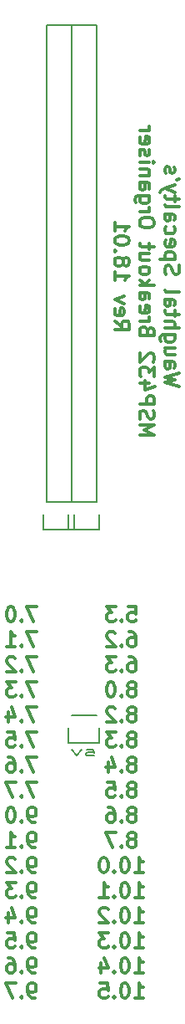
<source format=gbr>
G04 #@! TF.FileFunction,Legend,Bot*
%FSLAX46Y46*%
G04 Gerber Fmt 4.6, Leading zero omitted, Abs format (unit mm)*
G04 Created by KiCad (PCBNEW 4.0.5+dfsg1-4) date Thu Dec 28 22:42:14 2017*
%MOMM*%
%LPD*%
G01*
G04 APERTURE LIST*
%ADD10C,0.100000*%
%ADD11C,0.158750*%
%ADD12C,0.300000*%
%ADD13C,0.150000*%
G04 APERTURE END LIST*
D10*
D11*
X80295713Y-102522262D02*
X81009999Y-102522262D01*
X81081428Y-102824643D01*
X81009999Y-102794405D01*
X80867142Y-102764167D01*
X80509999Y-102764167D01*
X80367142Y-102794405D01*
X80295713Y-102824643D01*
X80224285Y-102885119D01*
X80224285Y-103036310D01*
X80295713Y-103096786D01*
X80367142Y-103127024D01*
X80509999Y-103157262D01*
X80867142Y-103157262D01*
X81009999Y-103127024D01*
X81081428Y-103096786D01*
X79795714Y-102522262D02*
X79295714Y-103157262D01*
X78795714Y-102522262D01*
D12*
X89731429Y-65752857D02*
X88231429Y-65395714D01*
X89302857Y-65110000D01*
X88231429Y-64824286D01*
X89731429Y-64467143D01*
X88231429Y-63252857D02*
X89017143Y-63252857D01*
X89160000Y-63324286D01*
X89231429Y-63467143D01*
X89231429Y-63752857D01*
X89160000Y-63895714D01*
X88302857Y-63252857D02*
X88231429Y-63395714D01*
X88231429Y-63752857D01*
X88302857Y-63895714D01*
X88445714Y-63967143D01*
X88588571Y-63967143D01*
X88731429Y-63895714D01*
X88802857Y-63752857D01*
X88802857Y-63395714D01*
X88874286Y-63252857D01*
X89231429Y-61895714D02*
X88231429Y-61895714D01*
X89231429Y-62538571D02*
X88445714Y-62538571D01*
X88302857Y-62467143D01*
X88231429Y-62324285D01*
X88231429Y-62110000D01*
X88302857Y-61967143D01*
X88374286Y-61895714D01*
X89231429Y-60538571D02*
X88017143Y-60538571D01*
X87874286Y-60610000D01*
X87802857Y-60681428D01*
X87731429Y-60824285D01*
X87731429Y-61038571D01*
X87802857Y-61181428D01*
X88302857Y-60538571D02*
X88231429Y-60681428D01*
X88231429Y-60967142D01*
X88302857Y-61110000D01*
X88374286Y-61181428D01*
X88517143Y-61252857D01*
X88945714Y-61252857D01*
X89088571Y-61181428D01*
X89160000Y-61110000D01*
X89231429Y-60967142D01*
X89231429Y-60681428D01*
X89160000Y-60538571D01*
X88231429Y-59824285D02*
X89731429Y-59824285D01*
X88231429Y-59181428D02*
X89017143Y-59181428D01*
X89160000Y-59252857D01*
X89231429Y-59395714D01*
X89231429Y-59609999D01*
X89160000Y-59752857D01*
X89088571Y-59824285D01*
X89231429Y-58681428D02*
X89231429Y-58109999D01*
X89731429Y-58467142D02*
X88445714Y-58467142D01*
X88302857Y-58395714D01*
X88231429Y-58252856D01*
X88231429Y-58109999D01*
X88231429Y-56967142D02*
X89017143Y-56967142D01*
X89160000Y-57038571D01*
X89231429Y-57181428D01*
X89231429Y-57467142D01*
X89160000Y-57609999D01*
X88302857Y-56967142D02*
X88231429Y-57109999D01*
X88231429Y-57467142D01*
X88302857Y-57609999D01*
X88445714Y-57681428D01*
X88588571Y-57681428D01*
X88731429Y-57609999D01*
X88802857Y-57467142D01*
X88802857Y-57109999D01*
X88874286Y-56967142D01*
X88231429Y-56038570D02*
X88302857Y-56181428D01*
X88445714Y-56252856D01*
X89731429Y-56252856D01*
X88302857Y-54395714D02*
X88231429Y-54181428D01*
X88231429Y-53824285D01*
X88302857Y-53681428D01*
X88374286Y-53609999D01*
X88517143Y-53538571D01*
X88660000Y-53538571D01*
X88802857Y-53609999D01*
X88874286Y-53681428D01*
X88945714Y-53824285D01*
X89017143Y-54109999D01*
X89088571Y-54252857D01*
X89160000Y-54324285D01*
X89302857Y-54395714D01*
X89445714Y-54395714D01*
X89588571Y-54324285D01*
X89660000Y-54252857D01*
X89731429Y-54109999D01*
X89731429Y-53752857D01*
X89660000Y-53538571D01*
X89231429Y-52895714D02*
X87731429Y-52895714D01*
X89160000Y-52895714D02*
X89231429Y-52752857D01*
X89231429Y-52467143D01*
X89160000Y-52324286D01*
X89088571Y-52252857D01*
X88945714Y-52181428D01*
X88517143Y-52181428D01*
X88374286Y-52252857D01*
X88302857Y-52324286D01*
X88231429Y-52467143D01*
X88231429Y-52752857D01*
X88302857Y-52895714D01*
X88302857Y-50967143D02*
X88231429Y-51110000D01*
X88231429Y-51395714D01*
X88302857Y-51538571D01*
X88445714Y-51610000D01*
X89017143Y-51610000D01*
X89160000Y-51538571D01*
X89231429Y-51395714D01*
X89231429Y-51110000D01*
X89160000Y-50967143D01*
X89017143Y-50895714D01*
X88874286Y-50895714D01*
X88731429Y-51610000D01*
X88302857Y-49610000D02*
X88231429Y-49752857D01*
X88231429Y-50038571D01*
X88302857Y-50181429D01*
X88374286Y-50252857D01*
X88517143Y-50324286D01*
X88945714Y-50324286D01*
X89088571Y-50252857D01*
X89160000Y-50181429D01*
X89231429Y-50038571D01*
X89231429Y-49752857D01*
X89160000Y-49610000D01*
X88231429Y-48324286D02*
X89017143Y-48324286D01*
X89160000Y-48395715D01*
X89231429Y-48538572D01*
X89231429Y-48824286D01*
X89160000Y-48967143D01*
X88302857Y-48324286D02*
X88231429Y-48467143D01*
X88231429Y-48824286D01*
X88302857Y-48967143D01*
X88445714Y-49038572D01*
X88588571Y-49038572D01*
X88731429Y-48967143D01*
X88802857Y-48824286D01*
X88802857Y-48467143D01*
X88874286Y-48324286D01*
X88231429Y-47395714D02*
X88302857Y-47538572D01*
X88445714Y-47610000D01*
X89731429Y-47610000D01*
X89231429Y-47038572D02*
X89231429Y-46467143D01*
X89731429Y-46824286D02*
X88445714Y-46824286D01*
X88302857Y-46752858D01*
X88231429Y-46610000D01*
X88231429Y-46467143D01*
X89231429Y-46110000D02*
X88231429Y-45752857D01*
X89231429Y-45395715D02*
X88231429Y-45752857D01*
X87874286Y-45895715D01*
X87802857Y-45967143D01*
X87731429Y-46110000D01*
X89731429Y-44752858D02*
X89445714Y-44895715D01*
X88302857Y-44181429D02*
X88231429Y-44038572D01*
X88231429Y-43752857D01*
X88302857Y-43610000D01*
X88445714Y-43538572D01*
X88517143Y-43538572D01*
X88660000Y-43610000D01*
X88731429Y-43752857D01*
X88731429Y-43967143D01*
X88802857Y-44110000D01*
X88945714Y-44181429D01*
X89017143Y-44181429D01*
X89160000Y-44110000D01*
X89231429Y-43967143D01*
X89231429Y-43752857D01*
X89160000Y-43610000D01*
X85681429Y-70717142D02*
X87181429Y-70717142D01*
X86110000Y-70217142D01*
X87181429Y-69717142D01*
X85681429Y-69717142D01*
X85752857Y-69074285D02*
X85681429Y-68859999D01*
X85681429Y-68502856D01*
X85752857Y-68359999D01*
X85824286Y-68288570D01*
X85967143Y-68217142D01*
X86110000Y-68217142D01*
X86252857Y-68288570D01*
X86324286Y-68359999D01*
X86395714Y-68502856D01*
X86467143Y-68788570D01*
X86538571Y-68931428D01*
X86610000Y-69002856D01*
X86752857Y-69074285D01*
X86895714Y-69074285D01*
X87038571Y-69002856D01*
X87110000Y-68931428D01*
X87181429Y-68788570D01*
X87181429Y-68431428D01*
X87110000Y-68217142D01*
X85681429Y-67574285D02*
X87181429Y-67574285D01*
X87181429Y-67002857D01*
X87110000Y-66859999D01*
X87038571Y-66788571D01*
X86895714Y-66717142D01*
X86681429Y-66717142D01*
X86538571Y-66788571D01*
X86467143Y-66859999D01*
X86395714Y-67002857D01*
X86395714Y-67574285D01*
X86681429Y-65431428D02*
X85681429Y-65431428D01*
X87252857Y-65788571D02*
X86181429Y-66145714D01*
X86181429Y-65217142D01*
X87181429Y-64788571D02*
X87181429Y-63860000D01*
X86610000Y-64360000D01*
X86610000Y-64145714D01*
X86538571Y-64002857D01*
X86467143Y-63931428D01*
X86324286Y-63860000D01*
X85967143Y-63860000D01*
X85824286Y-63931428D01*
X85752857Y-64002857D01*
X85681429Y-64145714D01*
X85681429Y-64574286D01*
X85752857Y-64717143D01*
X85824286Y-64788571D01*
X87038571Y-63288572D02*
X87110000Y-63217143D01*
X87181429Y-63074286D01*
X87181429Y-62717143D01*
X87110000Y-62574286D01*
X87038571Y-62502857D01*
X86895714Y-62431429D01*
X86752857Y-62431429D01*
X86538571Y-62502857D01*
X85681429Y-63360000D01*
X85681429Y-62431429D01*
X86467143Y-60145715D02*
X86395714Y-59931429D01*
X86324286Y-59860001D01*
X86181429Y-59788572D01*
X85967143Y-59788572D01*
X85824286Y-59860001D01*
X85752857Y-59931429D01*
X85681429Y-60074287D01*
X85681429Y-60645715D01*
X87181429Y-60645715D01*
X87181429Y-60145715D01*
X87110000Y-60002858D01*
X87038571Y-59931429D01*
X86895714Y-59860001D01*
X86752857Y-59860001D01*
X86610000Y-59931429D01*
X86538571Y-60002858D01*
X86467143Y-60145715D01*
X86467143Y-60645715D01*
X85681429Y-59145715D02*
X86681429Y-59145715D01*
X86395714Y-59145715D02*
X86538571Y-59074287D01*
X86610000Y-59002858D01*
X86681429Y-58860001D01*
X86681429Y-58717144D01*
X85752857Y-57645716D02*
X85681429Y-57788573D01*
X85681429Y-58074287D01*
X85752857Y-58217144D01*
X85895714Y-58288573D01*
X86467143Y-58288573D01*
X86610000Y-58217144D01*
X86681429Y-58074287D01*
X86681429Y-57788573D01*
X86610000Y-57645716D01*
X86467143Y-57574287D01*
X86324286Y-57574287D01*
X86181429Y-58288573D01*
X85681429Y-56288573D02*
X86467143Y-56288573D01*
X86610000Y-56360002D01*
X86681429Y-56502859D01*
X86681429Y-56788573D01*
X86610000Y-56931430D01*
X85752857Y-56288573D02*
X85681429Y-56431430D01*
X85681429Y-56788573D01*
X85752857Y-56931430D01*
X85895714Y-57002859D01*
X86038571Y-57002859D01*
X86181429Y-56931430D01*
X86252857Y-56788573D01*
X86252857Y-56431430D01*
X86324286Y-56288573D01*
X85681429Y-55574287D02*
X87181429Y-55574287D01*
X86252857Y-55431430D02*
X85681429Y-55002859D01*
X86681429Y-55002859D02*
X86110000Y-55574287D01*
X85681429Y-54145715D02*
X85752857Y-54288573D01*
X85824286Y-54360001D01*
X85967143Y-54431430D01*
X86395714Y-54431430D01*
X86538571Y-54360001D01*
X86610000Y-54288573D01*
X86681429Y-54145715D01*
X86681429Y-53931430D01*
X86610000Y-53788573D01*
X86538571Y-53717144D01*
X86395714Y-53645715D01*
X85967143Y-53645715D01*
X85824286Y-53717144D01*
X85752857Y-53788573D01*
X85681429Y-53931430D01*
X85681429Y-54145715D01*
X86681429Y-52360001D02*
X85681429Y-52360001D01*
X86681429Y-53002858D02*
X85895714Y-53002858D01*
X85752857Y-52931430D01*
X85681429Y-52788572D01*
X85681429Y-52574287D01*
X85752857Y-52431430D01*
X85824286Y-52360001D01*
X86681429Y-51860001D02*
X86681429Y-51288572D01*
X87181429Y-51645715D02*
X85895714Y-51645715D01*
X85752857Y-51574287D01*
X85681429Y-51431429D01*
X85681429Y-51288572D01*
X87181429Y-49360001D02*
X87181429Y-49074287D01*
X87110000Y-48931429D01*
X86967143Y-48788572D01*
X86681429Y-48717144D01*
X86181429Y-48717144D01*
X85895714Y-48788572D01*
X85752857Y-48931429D01*
X85681429Y-49074287D01*
X85681429Y-49360001D01*
X85752857Y-49502858D01*
X85895714Y-49645715D01*
X86181429Y-49717144D01*
X86681429Y-49717144D01*
X86967143Y-49645715D01*
X87110000Y-49502858D01*
X87181429Y-49360001D01*
X85681429Y-48074286D02*
X86681429Y-48074286D01*
X86395714Y-48074286D02*
X86538571Y-48002858D01*
X86610000Y-47931429D01*
X86681429Y-47788572D01*
X86681429Y-47645715D01*
X86681429Y-46502858D02*
X85467143Y-46502858D01*
X85324286Y-46574287D01*
X85252857Y-46645715D01*
X85181429Y-46788572D01*
X85181429Y-47002858D01*
X85252857Y-47145715D01*
X85752857Y-46502858D02*
X85681429Y-46645715D01*
X85681429Y-46931429D01*
X85752857Y-47074287D01*
X85824286Y-47145715D01*
X85967143Y-47217144D01*
X86395714Y-47217144D01*
X86538571Y-47145715D01*
X86610000Y-47074287D01*
X86681429Y-46931429D01*
X86681429Y-46645715D01*
X86610000Y-46502858D01*
X85681429Y-45145715D02*
X86467143Y-45145715D01*
X86610000Y-45217144D01*
X86681429Y-45360001D01*
X86681429Y-45645715D01*
X86610000Y-45788572D01*
X85752857Y-45145715D02*
X85681429Y-45288572D01*
X85681429Y-45645715D01*
X85752857Y-45788572D01*
X85895714Y-45860001D01*
X86038571Y-45860001D01*
X86181429Y-45788572D01*
X86252857Y-45645715D01*
X86252857Y-45288572D01*
X86324286Y-45145715D01*
X86681429Y-44431429D02*
X85681429Y-44431429D01*
X86538571Y-44431429D02*
X86610000Y-44360001D01*
X86681429Y-44217143D01*
X86681429Y-44002858D01*
X86610000Y-43860001D01*
X86467143Y-43788572D01*
X85681429Y-43788572D01*
X85681429Y-43074286D02*
X86681429Y-43074286D01*
X87181429Y-43074286D02*
X87110000Y-43145715D01*
X87038571Y-43074286D01*
X87110000Y-43002858D01*
X87181429Y-43074286D01*
X87038571Y-43074286D01*
X85752857Y-42431429D02*
X85681429Y-42288572D01*
X85681429Y-42002857D01*
X85752857Y-41860000D01*
X85895714Y-41788572D01*
X85967143Y-41788572D01*
X86110000Y-41860000D01*
X86181429Y-42002857D01*
X86181429Y-42217143D01*
X86252857Y-42360000D01*
X86395714Y-42431429D01*
X86467143Y-42431429D01*
X86610000Y-42360000D01*
X86681429Y-42217143D01*
X86681429Y-42002857D01*
X86610000Y-41860000D01*
X85752857Y-40574286D02*
X85681429Y-40717143D01*
X85681429Y-41002857D01*
X85752857Y-41145714D01*
X85895714Y-41217143D01*
X86467143Y-41217143D01*
X86610000Y-41145714D01*
X86681429Y-41002857D01*
X86681429Y-40717143D01*
X86610000Y-40574286D01*
X86467143Y-40502857D01*
X86324286Y-40502857D01*
X86181429Y-41217143D01*
X85681429Y-39860000D02*
X86681429Y-39860000D01*
X86395714Y-39860000D02*
X86538571Y-39788572D01*
X86610000Y-39717143D01*
X86681429Y-39574286D01*
X86681429Y-39431429D01*
X83131429Y-59145713D02*
X83845714Y-59645713D01*
X83131429Y-60002856D02*
X84631429Y-60002856D01*
X84631429Y-59431428D01*
X84560000Y-59288570D01*
X84488571Y-59217142D01*
X84345714Y-59145713D01*
X84131429Y-59145713D01*
X83988571Y-59217142D01*
X83917143Y-59288570D01*
X83845714Y-59431428D01*
X83845714Y-60002856D01*
X83202857Y-57931428D02*
X83131429Y-58074285D01*
X83131429Y-58359999D01*
X83202857Y-58502856D01*
X83345714Y-58574285D01*
X83917143Y-58574285D01*
X84060000Y-58502856D01*
X84131429Y-58359999D01*
X84131429Y-58074285D01*
X84060000Y-57931428D01*
X83917143Y-57859999D01*
X83774286Y-57859999D01*
X83631429Y-58574285D01*
X84131429Y-57359999D02*
X83131429Y-57002856D01*
X84131429Y-56645714D01*
X83131429Y-54145714D02*
X83131429Y-55002857D01*
X83131429Y-54574285D02*
X84631429Y-54574285D01*
X84417143Y-54717142D01*
X84274286Y-54860000D01*
X84202857Y-55002857D01*
X83988571Y-53288571D02*
X84060000Y-53431429D01*
X84131429Y-53502857D01*
X84274286Y-53574286D01*
X84345714Y-53574286D01*
X84488571Y-53502857D01*
X84560000Y-53431429D01*
X84631429Y-53288571D01*
X84631429Y-53002857D01*
X84560000Y-52860000D01*
X84488571Y-52788571D01*
X84345714Y-52717143D01*
X84274286Y-52717143D01*
X84131429Y-52788571D01*
X84060000Y-52860000D01*
X83988571Y-53002857D01*
X83988571Y-53288571D01*
X83917143Y-53431429D01*
X83845714Y-53502857D01*
X83702857Y-53574286D01*
X83417143Y-53574286D01*
X83274286Y-53502857D01*
X83202857Y-53431429D01*
X83131429Y-53288571D01*
X83131429Y-53002857D01*
X83202857Y-52860000D01*
X83274286Y-52788571D01*
X83417143Y-52717143D01*
X83702857Y-52717143D01*
X83845714Y-52788571D01*
X83917143Y-52860000D01*
X83988571Y-53002857D01*
X83274286Y-52074286D02*
X83202857Y-52002858D01*
X83131429Y-52074286D01*
X83202857Y-52145715D01*
X83274286Y-52074286D01*
X83131429Y-52074286D01*
X84631429Y-51074286D02*
X84631429Y-50931429D01*
X84560000Y-50788572D01*
X84488571Y-50717143D01*
X84345714Y-50645714D01*
X84060000Y-50574286D01*
X83702857Y-50574286D01*
X83417143Y-50645714D01*
X83274286Y-50717143D01*
X83202857Y-50788572D01*
X83131429Y-50931429D01*
X83131429Y-51074286D01*
X83202857Y-51217143D01*
X83274286Y-51288572D01*
X83417143Y-51360000D01*
X83702857Y-51431429D01*
X84060000Y-51431429D01*
X84345714Y-51360000D01*
X84488571Y-51288572D01*
X84560000Y-51217143D01*
X84631429Y-51074286D01*
X83131429Y-49145715D02*
X83131429Y-50002858D01*
X83131429Y-49574286D02*
X84631429Y-49574286D01*
X84417143Y-49717143D01*
X84274286Y-49860001D01*
X84202857Y-50002858D01*
X84534285Y-88078571D02*
X85248571Y-88078571D01*
X85320000Y-88792857D01*
X85248571Y-88721429D01*
X85105714Y-88650000D01*
X84748571Y-88650000D01*
X84605714Y-88721429D01*
X84534285Y-88792857D01*
X84462857Y-88935714D01*
X84462857Y-89292857D01*
X84534285Y-89435714D01*
X84605714Y-89507143D01*
X84748571Y-89578571D01*
X85105714Y-89578571D01*
X85248571Y-89507143D01*
X85320000Y-89435714D01*
X83820000Y-89435714D02*
X83748572Y-89507143D01*
X83820000Y-89578571D01*
X83891429Y-89507143D01*
X83820000Y-89435714D01*
X83820000Y-89578571D01*
X83248571Y-88078571D02*
X82320000Y-88078571D01*
X82820000Y-88650000D01*
X82605714Y-88650000D01*
X82462857Y-88721429D01*
X82391428Y-88792857D01*
X82320000Y-88935714D01*
X82320000Y-89292857D01*
X82391428Y-89435714D01*
X82462857Y-89507143D01*
X82605714Y-89578571D01*
X83034286Y-89578571D01*
X83177143Y-89507143D01*
X83248571Y-89435714D01*
X84605714Y-90618571D02*
X84891428Y-90618571D01*
X85034285Y-90690000D01*
X85105714Y-90761429D01*
X85248571Y-90975714D01*
X85320000Y-91261429D01*
X85320000Y-91832857D01*
X85248571Y-91975714D01*
X85177143Y-92047143D01*
X85034285Y-92118571D01*
X84748571Y-92118571D01*
X84605714Y-92047143D01*
X84534285Y-91975714D01*
X84462857Y-91832857D01*
X84462857Y-91475714D01*
X84534285Y-91332857D01*
X84605714Y-91261429D01*
X84748571Y-91190000D01*
X85034285Y-91190000D01*
X85177143Y-91261429D01*
X85248571Y-91332857D01*
X85320000Y-91475714D01*
X83820000Y-91975714D02*
X83748572Y-92047143D01*
X83820000Y-92118571D01*
X83891429Y-92047143D01*
X83820000Y-91975714D01*
X83820000Y-92118571D01*
X83177143Y-90761429D02*
X83105714Y-90690000D01*
X82962857Y-90618571D01*
X82605714Y-90618571D01*
X82462857Y-90690000D01*
X82391428Y-90761429D01*
X82320000Y-90904286D01*
X82320000Y-91047143D01*
X82391428Y-91261429D01*
X83248571Y-92118571D01*
X82320000Y-92118571D01*
X84605714Y-93158571D02*
X84891428Y-93158571D01*
X85034285Y-93230000D01*
X85105714Y-93301429D01*
X85248571Y-93515714D01*
X85320000Y-93801429D01*
X85320000Y-94372857D01*
X85248571Y-94515714D01*
X85177143Y-94587143D01*
X85034285Y-94658571D01*
X84748571Y-94658571D01*
X84605714Y-94587143D01*
X84534285Y-94515714D01*
X84462857Y-94372857D01*
X84462857Y-94015714D01*
X84534285Y-93872857D01*
X84605714Y-93801429D01*
X84748571Y-93730000D01*
X85034285Y-93730000D01*
X85177143Y-93801429D01*
X85248571Y-93872857D01*
X85320000Y-94015714D01*
X83820000Y-94515714D02*
X83748572Y-94587143D01*
X83820000Y-94658571D01*
X83891429Y-94587143D01*
X83820000Y-94515714D01*
X83820000Y-94658571D01*
X83248571Y-93158571D02*
X82320000Y-93158571D01*
X82820000Y-93730000D01*
X82605714Y-93730000D01*
X82462857Y-93801429D01*
X82391428Y-93872857D01*
X82320000Y-94015714D01*
X82320000Y-94372857D01*
X82391428Y-94515714D01*
X82462857Y-94587143D01*
X82605714Y-94658571D01*
X83034286Y-94658571D01*
X83177143Y-94587143D01*
X83248571Y-94515714D01*
X85034285Y-96341429D02*
X85177143Y-96270000D01*
X85248571Y-96198571D01*
X85320000Y-96055714D01*
X85320000Y-95984286D01*
X85248571Y-95841429D01*
X85177143Y-95770000D01*
X85034285Y-95698571D01*
X84748571Y-95698571D01*
X84605714Y-95770000D01*
X84534285Y-95841429D01*
X84462857Y-95984286D01*
X84462857Y-96055714D01*
X84534285Y-96198571D01*
X84605714Y-96270000D01*
X84748571Y-96341429D01*
X85034285Y-96341429D01*
X85177143Y-96412857D01*
X85248571Y-96484286D01*
X85320000Y-96627143D01*
X85320000Y-96912857D01*
X85248571Y-97055714D01*
X85177143Y-97127143D01*
X85034285Y-97198571D01*
X84748571Y-97198571D01*
X84605714Y-97127143D01*
X84534285Y-97055714D01*
X84462857Y-96912857D01*
X84462857Y-96627143D01*
X84534285Y-96484286D01*
X84605714Y-96412857D01*
X84748571Y-96341429D01*
X83820000Y-97055714D02*
X83748572Y-97127143D01*
X83820000Y-97198571D01*
X83891429Y-97127143D01*
X83820000Y-97055714D01*
X83820000Y-97198571D01*
X82820000Y-95698571D02*
X82677143Y-95698571D01*
X82534286Y-95770000D01*
X82462857Y-95841429D01*
X82391428Y-95984286D01*
X82320000Y-96270000D01*
X82320000Y-96627143D01*
X82391428Y-96912857D01*
X82462857Y-97055714D01*
X82534286Y-97127143D01*
X82677143Y-97198571D01*
X82820000Y-97198571D01*
X82962857Y-97127143D01*
X83034286Y-97055714D01*
X83105714Y-96912857D01*
X83177143Y-96627143D01*
X83177143Y-96270000D01*
X83105714Y-95984286D01*
X83034286Y-95841429D01*
X82962857Y-95770000D01*
X82820000Y-95698571D01*
X85034285Y-98881429D02*
X85177143Y-98810000D01*
X85248571Y-98738571D01*
X85320000Y-98595714D01*
X85320000Y-98524286D01*
X85248571Y-98381429D01*
X85177143Y-98310000D01*
X85034285Y-98238571D01*
X84748571Y-98238571D01*
X84605714Y-98310000D01*
X84534285Y-98381429D01*
X84462857Y-98524286D01*
X84462857Y-98595714D01*
X84534285Y-98738571D01*
X84605714Y-98810000D01*
X84748571Y-98881429D01*
X85034285Y-98881429D01*
X85177143Y-98952857D01*
X85248571Y-99024286D01*
X85320000Y-99167143D01*
X85320000Y-99452857D01*
X85248571Y-99595714D01*
X85177143Y-99667143D01*
X85034285Y-99738571D01*
X84748571Y-99738571D01*
X84605714Y-99667143D01*
X84534285Y-99595714D01*
X84462857Y-99452857D01*
X84462857Y-99167143D01*
X84534285Y-99024286D01*
X84605714Y-98952857D01*
X84748571Y-98881429D01*
X83820000Y-99595714D02*
X83748572Y-99667143D01*
X83820000Y-99738571D01*
X83891429Y-99667143D01*
X83820000Y-99595714D01*
X83820000Y-99738571D01*
X83177143Y-98381429D02*
X83105714Y-98310000D01*
X82962857Y-98238571D01*
X82605714Y-98238571D01*
X82462857Y-98310000D01*
X82391428Y-98381429D01*
X82320000Y-98524286D01*
X82320000Y-98667143D01*
X82391428Y-98881429D01*
X83248571Y-99738571D01*
X82320000Y-99738571D01*
X85034285Y-101421429D02*
X85177143Y-101350000D01*
X85248571Y-101278571D01*
X85320000Y-101135714D01*
X85320000Y-101064286D01*
X85248571Y-100921429D01*
X85177143Y-100850000D01*
X85034285Y-100778571D01*
X84748571Y-100778571D01*
X84605714Y-100850000D01*
X84534285Y-100921429D01*
X84462857Y-101064286D01*
X84462857Y-101135714D01*
X84534285Y-101278571D01*
X84605714Y-101350000D01*
X84748571Y-101421429D01*
X85034285Y-101421429D01*
X85177143Y-101492857D01*
X85248571Y-101564286D01*
X85320000Y-101707143D01*
X85320000Y-101992857D01*
X85248571Y-102135714D01*
X85177143Y-102207143D01*
X85034285Y-102278571D01*
X84748571Y-102278571D01*
X84605714Y-102207143D01*
X84534285Y-102135714D01*
X84462857Y-101992857D01*
X84462857Y-101707143D01*
X84534285Y-101564286D01*
X84605714Y-101492857D01*
X84748571Y-101421429D01*
X83820000Y-102135714D02*
X83748572Y-102207143D01*
X83820000Y-102278571D01*
X83891429Y-102207143D01*
X83820000Y-102135714D01*
X83820000Y-102278571D01*
X83248571Y-100778571D02*
X82320000Y-100778571D01*
X82820000Y-101350000D01*
X82605714Y-101350000D01*
X82462857Y-101421429D01*
X82391428Y-101492857D01*
X82320000Y-101635714D01*
X82320000Y-101992857D01*
X82391428Y-102135714D01*
X82462857Y-102207143D01*
X82605714Y-102278571D01*
X83034286Y-102278571D01*
X83177143Y-102207143D01*
X83248571Y-102135714D01*
X85034285Y-103961429D02*
X85177143Y-103890000D01*
X85248571Y-103818571D01*
X85320000Y-103675714D01*
X85320000Y-103604286D01*
X85248571Y-103461429D01*
X85177143Y-103390000D01*
X85034285Y-103318571D01*
X84748571Y-103318571D01*
X84605714Y-103390000D01*
X84534285Y-103461429D01*
X84462857Y-103604286D01*
X84462857Y-103675714D01*
X84534285Y-103818571D01*
X84605714Y-103890000D01*
X84748571Y-103961429D01*
X85034285Y-103961429D01*
X85177143Y-104032857D01*
X85248571Y-104104286D01*
X85320000Y-104247143D01*
X85320000Y-104532857D01*
X85248571Y-104675714D01*
X85177143Y-104747143D01*
X85034285Y-104818571D01*
X84748571Y-104818571D01*
X84605714Y-104747143D01*
X84534285Y-104675714D01*
X84462857Y-104532857D01*
X84462857Y-104247143D01*
X84534285Y-104104286D01*
X84605714Y-104032857D01*
X84748571Y-103961429D01*
X83820000Y-104675714D02*
X83748572Y-104747143D01*
X83820000Y-104818571D01*
X83891429Y-104747143D01*
X83820000Y-104675714D01*
X83820000Y-104818571D01*
X82462857Y-103818571D02*
X82462857Y-104818571D01*
X82820000Y-103247143D02*
X83177143Y-104318571D01*
X82248571Y-104318571D01*
X85034285Y-106501429D02*
X85177143Y-106430000D01*
X85248571Y-106358571D01*
X85320000Y-106215714D01*
X85320000Y-106144286D01*
X85248571Y-106001429D01*
X85177143Y-105930000D01*
X85034285Y-105858571D01*
X84748571Y-105858571D01*
X84605714Y-105930000D01*
X84534285Y-106001429D01*
X84462857Y-106144286D01*
X84462857Y-106215714D01*
X84534285Y-106358571D01*
X84605714Y-106430000D01*
X84748571Y-106501429D01*
X85034285Y-106501429D01*
X85177143Y-106572857D01*
X85248571Y-106644286D01*
X85320000Y-106787143D01*
X85320000Y-107072857D01*
X85248571Y-107215714D01*
X85177143Y-107287143D01*
X85034285Y-107358571D01*
X84748571Y-107358571D01*
X84605714Y-107287143D01*
X84534285Y-107215714D01*
X84462857Y-107072857D01*
X84462857Y-106787143D01*
X84534285Y-106644286D01*
X84605714Y-106572857D01*
X84748571Y-106501429D01*
X83820000Y-107215714D02*
X83748572Y-107287143D01*
X83820000Y-107358571D01*
X83891429Y-107287143D01*
X83820000Y-107215714D01*
X83820000Y-107358571D01*
X82391428Y-105858571D02*
X83105714Y-105858571D01*
X83177143Y-106572857D01*
X83105714Y-106501429D01*
X82962857Y-106430000D01*
X82605714Y-106430000D01*
X82462857Y-106501429D01*
X82391428Y-106572857D01*
X82320000Y-106715714D01*
X82320000Y-107072857D01*
X82391428Y-107215714D01*
X82462857Y-107287143D01*
X82605714Y-107358571D01*
X82962857Y-107358571D01*
X83105714Y-107287143D01*
X83177143Y-107215714D01*
X85034285Y-109041429D02*
X85177143Y-108970000D01*
X85248571Y-108898571D01*
X85320000Y-108755714D01*
X85320000Y-108684286D01*
X85248571Y-108541429D01*
X85177143Y-108470000D01*
X85034285Y-108398571D01*
X84748571Y-108398571D01*
X84605714Y-108470000D01*
X84534285Y-108541429D01*
X84462857Y-108684286D01*
X84462857Y-108755714D01*
X84534285Y-108898571D01*
X84605714Y-108970000D01*
X84748571Y-109041429D01*
X85034285Y-109041429D01*
X85177143Y-109112857D01*
X85248571Y-109184286D01*
X85320000Y-109327143D01*
X85320000Y-109612857D01*
X85248571Y-109755714D01*
X85177143Y-109827143D01*
X85034285Y-109898571D01*
X84748571Y-109898571D01*
X84605714Y-109827143D01*
X84534285Y-109755714D01*
X84462857Y-109612857D01*
X84462857Y-109327143D01*
X84534285Y-109184286D01*
X84605714Y-109112857D01*
X84748571Y-109041429D01*
X83820000Y-109755714D02*
X83748572Y-109827143D01*
X83820000Y-109898571D01*
X83891429Y-109827143D01*
X83820000Y-109755714D01*
X83820000Y-109898571D01*
X82462857Y-108398571D02*
X82748571Y-108398571D01*
X82891428Y-108470000D01*
X82962857Y-108541429D01*
X83105714Y-108755714D01*
X83177143Y-109041429D01*
X83177143Y-109612857D01*
X83105714Y-109755714D01*
X83034286Y-109827143D01*
X82891428Y-109898571D01*
X82605714Y-109898571D01*
X82462857Y-109827143D01*
X82391428Y-109755714D01*
X82320000Y-109612857D01*
X82320000Y-109255714D01*
X82391428Y-109112857D01*
X82462857Y-109041429D01*
X82605714Y-108970000D01*
X82891428Y-108970000D01*
X83034286Y-109041429D01*
X83105714Y-109112857D01*
X83177143Y-109255714D01*
X85034285Y-111581429D02*
X85177143Y-111510000D01*
X85248571Y-111438571D01*
X85320000Y-111295714D01*
X85320000Y-111224286D01*
X85248571Y-111081429D01*
X85177143Y-111010000D01*
X85034285Y-110938571D01*
X84748571Y-110938571D01*
X84605714Y-111010000D01*
X84534285Y-111081429D01*
X84462857Y-111224286D01*
X84462857Y-111295714D01*
X84534285Y-111438571D01*
X84605714Y-111510000D01*
X84748571Y-111581429D01*
X85034285Y-111581429D01*
X85177143Y-111652857D01*
X85248571Y-111724286D01*
X85320000Y-111867143D01*
X85320000Y-112152857D01*
X85248571Y-112295714D01*
X85177143Y-112367143D01*
X85034285Y-112438571D01*
X84748571Y-112438571D01*
X84605714Y-112367143D01*
X84534285Y-112295714D01*
X84462857Y-112152857D01*
X84462857Y-111867143D01*
X84534285Y-111724286D01*
X84605714Y-111652857D01*
X84748571Y-111581429D01*
X83820000Y-112295714D02*
X83748572Y-112367143D01*
X83820000Y-112438571D01*
X83891429Y-112367143D01*
X83820000Y-112295714D01*
X83820000Y-112438571D01*
X83248571Y-110938571D02*
X82248571Y-110938571D01*
X82891428Y-112438571D01*
X85177142Y-114978571D02*
X86034285Y-114978571D01*
X85605713Y-114978571D02*
X85605713Y-113478571D01*
X85748570Y-113692857D01*
X85891428Y-113835714D01*
X86034285Y-113907143D01*
X84248571Y-113478571D02*
X84105714Y-113478571D01*
X83962857Y-113550000D01*
X83891428Y-113621429D01*
X83819999Y-113764286D01*
X83748571Y-114050000D01*
X83748571Y-114407143D01*
X83819999Y-114692857D01*
X83891428Y-114835714D01*
X83962857Y-114907143D01*
X84105714Y-114978571D01*
X84248571Y-114978571D01*
X84391428Y-114907143D01*
X84462857Y-114835714D01*
X84534285Y-114692857D01*
X84605714Y-114407143D01*
X84605714Y-114050000D01*
X84534285Y-113764286D01*
X84462857Y-113621429D01*
X84391428Y-113550000D01*
X84248571Y-113478571D01*
X83105714Y-114835714D02*
X83034286Y-114907143D01*
X83105714Y-114978571D01*
X83177143Y-114907143D01*
X83105714Y-114835714D01*
X83105714Y-114978571D01*
X82105714Y-113478571D02*
X81962857Y-113478571D01*
X81820000Y-113550000D01*
X81748571Y-113621429D01*
X81677142Y-113764286D01*
X81605714Y-114050000D01*
X81605714Y-114407143D01*
X81677142Y-114692857D01*
X81748571Y-114835714D01*
X81820000Y-114907143D01*
X81962857Y-114978571D01*
X82105714Y-114978571D01*
X82248571Y-114907143D01*
X82320000Y-114835714D01*
X82391428Y-114692857D01*
X82462857Y-114407143D01*
X82462857Y-114050000D01*
X82391428Y-113764286D01*
X82320000Y-113621429D01*
X82248571Y-113550000D01*
X82105714Y-113478571D01*
X85177142Y-117518571D02*
X86034285Y-117518571D01*
X85605713Y-117518571D02*
X85605713Y-116018571D01*
X85748570Y-116232857D01*
X85891428Y-116375714D01*
X86034285Y-116447143D01*
X84248571Y-116018571D02*
X84105714Y-116018571D01*
X83962857Y-116090000D01*
X83891428Y-116161429D01*
X83819999Y-116304286D01*
X83748571Y-116590000D01*
X83748571Y-116947143D01*
X83819999Y-117232857D01*
X83891428Y-117375714D01*
X83962857Y-117447143D01*
X84105714Y-117518571D01*
X84248571Y-117518571D01*
X84391428Y-117447143D01*
X84462857Y-117375714D01*
X84534285Y-117232857D01*
X84605714Y-116947143D01*
X84605714Y-116590000D01*
X84534285Y-116304286D01*
X84462857Y-116161429D01*
X84391428Y-116090000D01*
X84248571Y-116018571D01*
X83105714Y-117375714D02*
X83034286Y-117447143D01*
X83105714Y-117518571D01*
X83177143Y-117447143D01*
X83105714Y-117375714D01*
X83105714Y-117518571D01*
X81605714Y-117518571D02*
X82462857Y-117518571D01*
X82034285Y-117518571D02*
X82034285Y-116018571D01*
X82177142Y-116232857D01*
X82320000Y-116375714D01*
X82462857Y-116447143D01*
X85177142Y-120058571D02*
X86034285Y-120058571D01*
X85605713Y-120058571D02*
X85605713Y-118558571D01*
X85748570Y-118772857D01*
X85891428Y-118915714D01*
X86034285Y-118987143D01*
X84248571Y-118558571D02*
X84105714Y-118558571D01*
X83962857Y-118630000D01*
X83891428Y-118701429D01*
X83819999Y-118844286D01*
X83748571Y-119130000D01*
X83748571Y-119487143D01*
X83819999Y-119772857D01*
X83891428Y-119915714D01*
X83962857Y-119987143D01*
X84105714Y-120058571D01*
X84248571Y-120058571D01*
X84391428Y-119987143D01*
X84462857Y-119915714D01*
X84534285Y-119772857D01*
X84605714Y-119487143D01*
X84605714Y-119130000D01*
X84534285Y-118844286D01*
X84462857Y-118701429D01*
X84391428Y-118630000D01*
X84248571Y-118558571D01*
X83105714Y-119915714D02*
X83034286Y-119987143D01*
X83105714Y-120058571D01*
X83177143Y-119987143D01*
X83105714Y-119915714D01*
X83105714Y-120058571D01*
X82462857Y-118701429D02*
X82391428Y-118630000D01*
X82248571Y-118558571D01*
X81891428Y-118558571D01*
X81748571Y-118630000D01*
X81677142Y-118701429D01*
X81605714Y-118844286D01*
X81605714Y-118987143D01*
X81677142Y-119201429D01*
X82534285Y-120058571D01*
X81605714Y-120058571D01*
X85177142Y-122598571D02*
X86034285Y-122598571D01*
X85605713Y-122598571D02*
X85605713Y-121098571D01*
X85748570Y-121312857D01*
X85891428Y-121455714D01*
X86034285Y-121527143D01*
X84248571Y-121098571D02*
X84105714Y-121098571D01*
X83962857Y-121170000D01*
X83891428Y-121241429D01*
X83819999Y-121384286D01*
X83748571Y-121670000D01*
X83748571Y-122027143D01*
X83819999Y-122312857D01*
X83891428Y-122455714D01*
X83962857Y-122527143D01*
X84105714Y-122598571D01*
X84248571Y-122598571D01*
X84391428Y-122527143D01*
X84462857Y-122455714D01*
X84534285Y-122312857D01*
X84605714Y-122027143D01*
X84605714Y-121670000D01*
X84534285Y-121384286D01*
X84462857Y-121241429D01*
X84391428Y-121170000D01*
X84248571Y-121098571D01*
X83105714Y-122455714D02*
X83034286Y-122527143D01*
X83105714Y-122598571D01*
X83177143Y-122527143D01*
X83105714Y-122455714D01*
X83105714Y-122598571D01*
X82534285Y-121098571D02*
X81605714Y-121098571D01*
X82105714Y-121670000D01*
X81891428Y-121670000D01*
X81748571Y-121741429D01*
X81677142Y-121812857D01*
X81605714Y-121955714D01*
X81605714Y-122312857D01*
X81677142Y-122455714D01*
X81748571Y-122527143D01*
X81891428Y-122598571D01*
X82320000Y-122598571D01*
X82462857Y-122527143D01*
X82534285Y-122455714D01*
X85177142Y-125138571D02*
X86034285Y-125138571D01*
X85605713Y-125138571D02*
X85605713Y-123638571D01*
X85748570Y-123852857D01*
X85891428Y-123995714D01*
X86034285Y-124067143D01*
X84248571Y-123638571D02*
X84105714Y-123638571D01*
X83962857Y-123710000D01*
X83891428Y-123781429D01*
X83819999Y-123924286D01*
X83748571Y-124210000D01*
X83748571Y-124567143D01*
X83819999Y-124852857D01*
X83891428Y-124995714D01*
X83962857Y-125067143D01*
X84105714Y-125138571D01*
X84248571Y-125138571D01*
X84391428Y-125067143D01*
X84462857Y-124995714D01*
X84534285Y-124852857D01*
X84605714Y-124567143D01*
X84605714Y-124210000D01*
X84534285Y-123924286D01*
X84462857Y-123781429D01*
X84391428Y-123710000D01*
X84248571Y-123638571D01*
X83105714Y-124995714D02*
X83034286Y-125067143D01*
X83105714Y-125138571D01*
X83177143Y-125067143D01*
X83105714Y-124995714D01*
X83105714Y-125138571D01*
X81748571Y-124138571D02*
X81748571Y-125138571D01*
X82105714Y-123567143D02*
X82462857Y-124638571D01*
X81534285Y-124638571D01*
X85177142Y-127678571D02*
X86034285Y-127678571D01*
X85605713Y-127678571D02*
X85605713Y-126178571D01*
X85748570Y-126392857D01*
X85891428Y-126535714D01*
X86034285Y-126607143D01*
X84248571Y-126178571D02*
X84105714Y-126178571D01*
X83962857Y-126250000D01*
X83891428Y-126321429D01*
X83819999Y-126464286D01*
X83748571Y-126750000D01*
X83748571Y-127107143D01*
X83819999Y-127392857D01*
X83891428Y-127535714D01*
X83962857Y-127607143D01*
X84105714Y-127678571D01*
X84248571Y-127678571D01*
X84391428Y-127607143D01*
X84462857Y-127535714D01*
X84534285Y-127392857D01*
X84605714Y-127107143D01*
X84605714Y-126750000D01*
X84534285Y-126464286D01*
X84462857Y-126321429D01*
X84391428Y-126250000D01*
X84248571Y-126178571D01*
X83105714Y-127535714D02*
X83034286Y-127607143D01*
X83105714Y-127678571D01*
X83177143Y-127607143D01*
X83105714Y-127535714D01*
X83105714Y-127678571D01*
X81677142Y-126178571D02*
X82391428Y-126178571D01*
X82462857Y-126892857D01*
X82391428Y-126821429D01*
X82248571Y-126750000D01*
X81891428Y-126750000D01*
X81748571Y-126821429D01*
X81677142Y-126892857D01*
X81605714Y-127035714D01*
X81605714Y-127392857D01*
X81677142Y-127535714D01*
X81748571Y-127607143D01*
X81891428Y-127678571D01*
X82248571Y-127678571D01*
X82391428Y-127607143D01*
X82462857Y-127535714D01*
X75017143Y-127678571D02*
X74731428Y-127678571D01*
X74588571Y-127607143D01*
X74517143Y-127535714D01*
X74374285Y-127321429D01*
X74302857Y-127035714D01*
X74302857Y-126464286D01*
X74374285Y-126321429D01*
X74445714Y-126250000D01*
X74588571Y-126178571D01*
X74874285Y-126178571D01*
X75017143Y-126250000D01*
X75088571Y-126321429D01*
X75160000Y-126464286D01*
X75160000Y-126821429D01*
X75088571Y-126964286D01*
X75017143Y-127035714D01*
X74874285Y-127107143D01*
X74588571Y-127107143D01*
X74445714Y-127035714D01*
X74374285Y-126964286D01*
X74302857Y-126821429D01*
X73660000Y-127535714D02*
X73588572Y-127607143D01*
X73660000Y-127678571D01*
X73731429Y-127607143D01*
X73660000Y-127535714D01*
X73660000Y-127678571D01*
X73088571Y-126178571D02*
X72088571Y-126178571D01*
X72731428Y-127678571D01*
X75017143Y-125138571D02*
X74731428Y-125138571D01*
X74588571Y-125067143D01*
X74517143Y-124995714D01*
X74374285Y-124781429D01*
X74302857Y-124495714D01*
X74302857Y-123924286D01*
X74374285Y-123781429D01*
X74445714Y-123710000D01*
X74588571Y-123638571D01*
X74874285Y-123638571D01*
X75017143Y-123710000D01*
X75088571Y-123781429D01*
X75160000Y-123924286D01*
X75160000Y-124281429D01*
X75088571Y-124424286D01*
X75017143Y-124495714D01*
X74874285Y-124567143D01*
X74588571Y-124567143D01*
X74445714Y-124495714D01*
X74374285Y-124424286D01*
X74302857Y-124281429D01*
X73660000Y-124995714D02*
X73588572Y-125067143D01*
X73660000Y-125138571D01*
X73731429Y-125067143D01*
X73660000Y-124995714D01*
X73660000Y-125138571D01*
X72302857Y-123638571D02*
X72588571Y-123638571D01*
X72731428Y-123710000D01*
X72802857Y-123781429D01*
X72945714Y-123995714D01*
X73017143Y-124281429D01*
X73017143Y-124852857D01*
X72945714Y-124995714D01*
X72874286Y-125067143D01*
X72731428Y-125138571D01*
X72445714Y-125138571D01*
X72302857Y-125067143D01*
X72231428Y-124995714D01*
X72160000Y-124852857D01*
X72160000Y-124495714D01*
X72231428Y-124352857D01*
X72302857Y-124281429D01*
X72445714Y-124210000D01*
X72731428Y-124210000D01*
X72874286Y-124281429D01*
X72945714Y-124352857D01*
X73017143Y-124495714D01*
X75017143Y-122598571D02*
X74731428Y-122598571D01*
X74588571Y-122527143D01*
X74517143Y-122455714D01*
X74374285Y-122241429D01*
X74302857Y-121955714D01*
X74302857Y-121384286D01*
X74374285Y-121241429D01*
X74445714Y-121170000D01*
X74588571Y-121098571D01*
X74874285Y-121098571D01*
X75017143Y-121170000D01*
X75088571Y-121241429D01*
X75160000Y-121384286D01*
X75160000Y-121741429D01*
X75088571Y-121884286D01*
X75017143Y-121955714D01*
X74874285Y-122027143D01*
X74588571Y-122027143D01*
X74445714Y-121955714D01*
X74374285Y-121884286D01*
X74302857Y-121741429D01*
X73660000Y-122455714D02*
X73588572Y-122527143D01*
X73660000Y-122598571D01*
X73731429Y-122527143D01*
X73660000Y-122455714D01*
X73660000Y-122598571D01*
X72231428Y-121098571D02*
X72945714Y-121098571D01*
X73017143Y-121812857D01*
X72945714Y-121741429D01*
X72802857Y-121670000D01*
X72445714Y-121670000D01*
X72302857Y-121741429D01*
X72231428Y-121812857D01*
X72160000Y-121955714D01*
X72160000Y-122312857D01*
X72231428Y-122455714D01*
X72302857Y-122527143D01*
X72445714Y-122598571D01*
X72802857Y-122598571D01*
X72945714Y-122527143D01*
X73017143Y-122455714D01*
X75017143Y-120058571D02*
X74731428Y-120058571D01*
X74588571Y-119987143D01*
X74517143Y-119915714D01*
X74374285Y-119701429D01*
X74302857Y-119415714D01*
X74302857Y-118844286D01*
X74374285Y-118701429D01*
X74445714Y-118630000D01*
X74588571Y-118558571D01*
X74874285Y-118558571D01*
X75017143Y-118630000D01*
X75088571Y-118701429D01*
X75160000Y-118844286D01*
X75160000Y-119201429D01*
X75088571Y-119344286D01*
X75017143Y-119415714D01*
X74874285Y-119487143D01*
X74588571Y-119487143D01*
X74445714Y-119415714D01*
X74374285Y-119344286D01*
X74302857Y-119201429D01*
X73660000Y-119915714D02*
X73588572Y-119987143D01*
X73660000Y-120058571D01*
X73731429Y-119987143D01*
X73660000Y-119915714D01*
X73660000Y-120058571D01*
X72302857Y-119058571D02*
X72302857Y-120058571D01*
X72660000Y-118487143D02*
X73017143Y-119558571D01*
X72088571Y-119558571D01*
X75017143Y-117518571D02*
X74731428Y-117518571D01*
X74588571Y-117447143D01*
X74517143Y-117375714D01*
X74374285Y-117161429D01*
X74302857Y-116875714D01*
X74302857Y-116304286D01*
X74374285Y-116161429D01*
X74445714Y-116090000D01*
X74588571Y-116018571D01*
X74874285Y-116018571D01*
X75017143Y-116090000D01*
X75088571Y-116161429D01*
X75160000Y-116304286D01*
X75160000Y-116661429D01*
X75088571Y-116804286D01*
X75017143Y-116875714D01*
X74874285Y-116947143D01*
X74588571Y-116947143D01*
X74445714Y-116875714D01*
X74374285Y-116804286D01*
X74302857Y-116661429D01*
X73660000Y-117375714D02*
X73588572Y-117447143D01*
X73660000Y-117518571D01*
X73731429Y-117447143D01*
X73660000Y-117375714D01*
X73660000Y-117518571D01*
X73088571Y-116018571D02*
X72160000Y-116018571D01*
X72660000Y-116590000D01*
X72445714Y-116590000D01*
X72302857Y-116661429D01*
X72231428Y-116732857D01*
X72160000Y-116875714D01*
X72160000Y-117232857D01*
X72231428Y-117375714D01*
X72302857Y-117447143D01*
X72445714Y-117518571D01*
X72874286Y-117518571D01*
X73017143Y-117447143D01*
X73088571Y-117375714D01*
X75017143Y-114978571D02*
X74731428Y-114978571D01*
X74588571Y-114907143D01*
X74517143Y-114835714D01*
X74374285Y-114621429D01*
X74302857Y-114335714D01*
X74302857Y-113764286D01*
X74374285Y-113621429D01*
X74445714Y-113550000D01*
X74588571Y-113478571D01*
X74874285Y-113478571D01*
X75017143Y-113550000D01*
X75088571Y-113621429D01*
X75160000Y-113764286D01*
X75160000Y-114121429D01*
X75088571Y-114264286D01*
X75017143Y-114335714D01*
X74874285Y-114407143D01*
X74588571Y-114407143D01*
X74445714Y-114335714D01*
X74374285Y-114264286D01*
X74302857Y-114121429D01*
X73660000Y-114835714D02*
X73588572Y-114907143D01*
X73660000Y-114978571D01*
X73731429Y-114907143D01*
X73660000Y-114835714D01*
X73660000Y-114978571D01*
X73017143Y-113621429D02*
X72945714Y-113550000D01*
X72802857Y-113478571D01*
X72445714Y-113478571D01*
X72302857Y-113550000D01*
X72231428Y-113621429D01*
X72160000Y-113764286D01*
X72160000Y-113907143D01*
X72231428Y-114121429D01*
X73088571Y-114978571D01*
X72160000Y-114978571D01*
X75017143Y-112438571D02*
X74731428Y-112438571D01*
X74588571Y-112367143D01*
X74517143Y-112295714D01*
X74374285Y-112081429D01*
X74302857Y-111795714D01*
X74302857Y-111224286D01*
X74374285Y-111081429D01*
X74445714Y-111010000D01*
X74588571Y-110938571D01*
X74874285Y-110938571D01*
X75017143Y-111010000D01*
X75088571Y-111081429D01*
X75160000Y-111224286D01*
X75160000Y-111581429D01*
X75088571Y-111724286D01*
X75017143Y-111795714D01*
X74874285Y-111867143D01*
X74588571Y-111867143D01*
X74445714Y-111795714D01*
X74374285Y-111724286D01*
X74302857Y-111581429D01*
X73660000Y-112295714D02*
X73588572Y-112367143D01*
X73660000Y-112438571D01*
X73731429Y-112367143D01*
X73660000Y-112295714D01*
X73660000Y-112438571D01*
X72160000Y-112438571D02*
X73017143Y-112438571D01*
X72588571Y-112438571D02*
X72588571Y-110938571D01*
X72731428Y-111152857D01*
X72874286Y-111295714D01*
X73017143Y-111367143D01*
X75017143Y-109898571D02*
X74731428Y-109898571D01*
X74588571Y-109827143D01*
X74517143Y-109755714D01*
X74374285Y-109541429D01*
X74302857Y-109255714D01*
X74302857Y-108684286D01*
X74374285Y-108541429D01*
X74445714Y-108470000D01*
X74588571Y-108398571D01*
X74874285Y-108398571D01*
X75017143Y-108470000D01*
X75088571Y-108541429D01*
X75160000Y-108684286D01*
X75160000Y-109041429D01*
X75088571Y-109184286D01*
X75017143Y-109255714D01*
X74874285Y-109327143D01*
X74588571Y-109327143D01*
X74445714Y-109255714D01*
X74374285Y-109184286D01*
X74302857Y-109041429D01*
X73660000Y-109755714D02*
X73588572Y-109827143D01*
X73660000Y-109898571D01*
X73731429Y-109827143D01*
X73660000Y-109755714D01*
X73660000Y-109898571D01*
X72660000Y-108398571D02*
X72517143Y-108398571D01*
X72374286Y-108470000D01*
X72302857Y-108541429D01*
X72231428Y-108684286D01*
X72160000Y-108970000D01*
X72160000Y-109327143D01*
X72231428Y-109612857D01*
X72302857Y-109755714D01*
X72374286Y-109827143D01*
X72517143Y-109898571D01*
X72660000Y-109898571D01*
X72802857Y-109827143D01*
X72874286Y-109755714D01*
X72945714Y-109612857D01*
X73017143Y-109327143D01*
X73017143Y-108970000D01*
X72945714Y-108684286D01*
X72874286Y-108541429D01*
X72802857Y-108470000D01*
X72660000Y-108398571D01*
X75231428Y-105858571D02*
X74231428Y-105858571D01*
X74874285Y-107358571D01*
X73660000Y-107215714D02*
X73588572Y-107287143D01*
X73660000Y-107358571D01*
X73731429Y-107287143D01*
X73660000Y-107215714D01*
X73660000Y-107358571D01*
X73088571Y-105858571D02*
X72088571Y-105858571D01*
X72731428Y-107358571D01*
X75231428Y-103318571D02*
X74231428Y-103318571D01*
X74874285Y-104818571D01*
X73660000Y-104675714D02*
X73588572Y-104747143D01*
X73660000Y-104818571D01*
X73731429Y-104747143D01*
X73660000Y-104675714D01*
X73660000Y-104818571D01*
X72302857Y-103318571D02*
X72588571Y-103318571D01*
X72731428Y-103390000D01*
X72802857Y-103461429D01*
X72945714Y-103675714D01*
X73017143Y-103961429D01*
X73017143Y-104532857D01*
X72945714Y-104675714D01*
X72874286Y-104747143D01*
X72731428Y-104818571D01*
X72445714Y-104818571D01*
X72302857Y-104747143D01*
X72231428Y-104675714D01*
X72160000Y-104532857D01*
X72160000Y-104175714D01*
X72231428Y-104032857D01*
X72302857Y-103961429D01*
X72445714Y-103890000D01*
X72731428Y-103890000D01*
X72874286Y-103961429D01*
X72945714Y-104032857D01*
X73017143Y-104175714D01*
X75231428Y-100778571D02*
X74231428Y-100778571D01*
X74874285Y-102278571D01*
X73660000Y-102135714D02*
X73588572Y-102207143D01*
X73660000Y-102278571D01*
X73731429Y-102207143D01*
X73660000Y-102135714D01*
X73660000Y-102278571D01*
X72231428Y-100778571D02*
X72945714Y-100778571D01*
X73017143Y-101492857D01*
X72945714Y-101421429D01*
X72802857Y-101350000D01*
X72445714Y-101350000D01*
X72302857Y-101421429D01*
X72231428Y-101492857D01*
X72160000Y-101635714D01*
X72160000Y-101992857D01*
X72231428Y-102135714D01*
X72302857Y-102207143D01*
X72445714Y-102278571D01*
X72802857Y-102278571D01*
X72945714Y-102207143D01*
X73017143Y-102135714D01*
X75231428Y-98238571D02*
X74231428Y-98238571D01*
X74874285Y-99738571D01*
X73660000Y-99595714D02*
X73588572Y-99667143D01*
X73660000Y-99738571D01*
X73731429Y-99667143D01*
X73660000Y-99595714D01*
X73660000Y-99738571D01*
X72302857Y-98738571D02*
X72302857Y-99738571D01*
X72660000Y-98167143D02*
X73017143Y-99238571D01*
X72088571Y-99238571D01*
X75231428Y-95698571D02*
X74231428Y-95698571D01*
X74874285Y-97198571D01*
X73660000Y-97055714D02*
X73588572Y-97127143D01*
X73660000Y-97198571D01*
X73731429Y-97127143D01*
X73660000Y-97055714D01*
X73660000Y-97198571D01*
X73088571Y-95698571D02*
X72160000Y-95698571D01*
X72660000Y-96270000D01*
X72445714Y-96270000D01*
X72302857Y-96341429D01*
X72231428Y-96412857D01*
X72160000Y-96555714D01*
X72160000Y-96912857D01*
X72231428Y-97055714D01*
X72302857Y-97127143D01*
X72445714Y-97198571D01*
X72874286Y-97198571D01*
X73017143Y-97127143D01*
X73088571Y-97055714D01*
X75231428Y-93158571D02*
X74231428Y-93158571D01*
X74874285Y-94658571D01*
X73660000Y-94515714D02*
X73588572Y-94587143D01*
X73660000Y-94658571D01*
X73731429Y-94587143D01*
X73660000Y-94515714D01*
X73660000Y-94658571D01*
X73017143Y-93301429D02*
X72945714Y-93230000D01*
X72802857Y-93158571D01*
X72445714Y-93158571D01*
X72302857Y-93230000D01*
X72231428Y-93301429D01*
X72160000Y-93444286D01*
X72160000Y-93587143D01*
X72231428Y-93801429D01*
X73088571Y-94658571D01*
X72160000Y-94658571D01*
X75231428Y-90618571D02*
X74231428Y-90618571D01*
X74874285Y-92118571D01*
X73660000Y-91975714D02*
X73588572Y-92047143D01*
X73660000Y-92118571D01*
X73731429Y-92047143D01*
X73660000Y-91975714D01*
X73660000Y-92118571D01*
X72160000Y-92118571D02*
X73017143Y-92118571D01*
X72588571Y-92118571D02*
X72588571Y-90618571D01*
X72731428Y-90832857D01*
X72874286Y-90975714D01*
X73017143Y-91047143D01*
X75231428Y-88078571D02*
X74231428Y-88078571D01*
X74874285Y-89578571D01*
X73660000Y-89435714D02*
X73588572Y-89507143D01*
X73660000Y-89578571D01*
X73731429Y-89507143D01*
X73660000Y-89435714D01*
X73660000Y-89578571D01*
X72660000Y-88078571D02*
X72517143Y-88078571D01*
X72374286Y-88150000D01*
X72302857Y-88221429D01*
X72231428Y-88364286D01*
X72160000Y-88650000D01*
X72160000Y-89007143D01*
X72231428Y-89292857D01*
X72302857Y-89435714D01*
X72374286Y-89507143D01*
X72517143Y-89578571D01*
X72660000Y-89578571D01*
X72802857Y-89507143D01*
X72874286Y-89435714D01*
X72945714Y-89292857D01*
X73017143Y-89007143D01*
X73017143Y-88650000D01*
X72945714Y-88364286D01*
X72874286Y-88221429D01*
X72802857Y-88150000D01*
X72660000Y-88078571D01*
D13*
X78740000Y-77470000D02*
X78740000Y-29210000D01*
X78740000Y-29210000D02*
X81280000Y-29210000D01*
X81280000Y-29210000D02*
X81280000Y-77470000D01*
X78460000Y-80290000D02*
X78460000Y-78740000D01*
X78740000Y-77470000D02*
X81280000Y-77470000D01*
X81560000Y-78740000D02*
X81560000Y-80290000D01*
X81560000Y-80290000D02*
X78460000Y-80290000D01*
X76200000Y-77470000D02*
X76200000Y-29210000D01*
X76200000Y-29210000D02*
X78740000Y-29210000D01*
X78740000Y-29210000D02*
X78740000Y-77470000D01*
X75920000Y-80290000D02*
X75920000Y-78740000D01*
X76200000Y-77470000D02*
X78740000Y-77470000D01*
X79020000Y-78740000D02*
X79020000Y-80290000D01*
X79020000Y-80290000D02*
X75920000Y-80290000D01*
X81560000Y-101880000D02*
X81560000Y-100330000D01*
X78460000Y-100330000D02*
X78460000Y-101880000D01*
X78460000Y-101880000D02*
X81560000Y-101880000D01*
X78740000Y-99060000D02*
X81280000Y-99060000D01*
M02*

</source>
